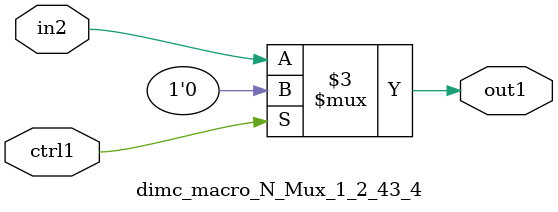
<source format=v>

`timescale 1ps / 1ps


module dimc_macro_N_Mux_1_2_43_4( in2, ctrl1, out1 );

    input in2;
    input ctrl1;
    output out1;
    reg out1;

    
    // rtl_process:dimc_macro_N_Mux_1_2_43_4/dimc_macro_N_Mux_1_2_43_4_thread_1
    always @*
      begin : dimc_macro_N_Mux_1_2_43_4_thread_1
        case (ctrl1) 
          1'b1: 
            begin
              out1 = 1'b0;
            end
          default: 
            begin
              out1 = in2;
            end
        endcase
      end

endmodule



</source>
